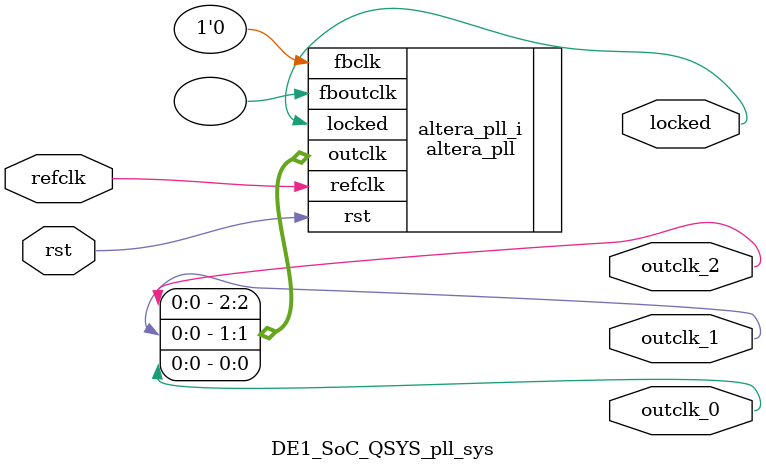
<source format=v>
`timescale 1ns/10ps
module  DE1_SoC_QSYS_pll_sys(

	// interface 'refclk'
	input wire refclk,

	// interface 'reset'
	input wire rst,

	// interface 'outclk0'
	output wire outclk_0,

	// interface 'outclk1'
	output wire outclk_1,

	// interface 'outclk2'
	output wire outclk_2,

	// interface 'locked'
	output wire locked
);

	altera_pll #(
		.fractional_vco_multiplier("false"),
		.reference_clock_frequency("50.0 MHz"),
		.operation_mode("normal"),
		.number_of_clocks(3),
		.output_clock_frequency0("100.000000 MHz"),
		.phase_shift0("0 ps"),
		.duty_cycle0(50),
		.output_clock_frequency1("40.000000 MHz"),
		.phase_shift1("0 ps"),
		.duty_cycle1(50),
		.output_clock_frequency2("200.000000 MHz"),
		.phase_shift2("0 ps"),
		.duty_cycle2(50),
		.output_clock_frequency3("0 MHz"),
		.phase_shift3("0 ps"),
		.duty_cycle3(50),
		.output_clock_frequency4("0 MHz"),
		.phase_shift4("0 ps"),
		.duty_cycle4(50),
		.output_clock_frequency5("0 MHz"),
		.phase_shift5("0 ps"),
		.duty_cycle5(50),
		.output_clock_frequency6("0 MHz"),
		.phase_shift6("0 ps"),
		.duty_cycle6(50),
		.output_clock_frequency7("0 MHz"),
		.phase_shift7("0 ps"),
		.duty_cycle7(50),
		.output_clock_frequency8("0 MHz"),
		.phase_shift8("0 ps"),
		.duty_cycle8(50),
		.output_clock_frequency9("0 MHz"),
		.phase_shift9("0 ps"),
		.duty_cycle9(50),
		.output_clock_frequency10("0 MHz"),
		.phase_shift10("0 ps"),
		.duty_cycle10(50),
		.output_clock_frequency11("0 MHz"),
		.phase_shift11("0 ps"),
		.duty_cycle11(50),
		.output_clock_frequency12("0 MHz"),
		.phase_shift12("0 ps"),
		.duty_cycle12(50),
		.output_clock_frequency13("0 MHz"),
		.phase_shift13("0 ps"),
		.duty_cycle13(50),
		.output_clock_frequency14("0 MHz"),
		.phase_shift14("0 ps"),
		.duty_cycle14(50),
		.output_clock_frequency15("0 MHz"),
		.phase_shift15("0 ps"),
		.duty_cycle15(50),
		.output_clock_frequency16("0 MHz"),
		.phase_shift16("0 ps"),
		.duty_cycle16(50),
		.output_clock_frequency17("0 MHz"),
		.phase_shift17("0 ps"),
		.duty_cycle17(50),
		.pll_type("General"),
		.pll_subtype("General")
	) altera_pll_i (
		.rst	(rst),
		.outclk	({outclk_2, outclk_1, outclk_0}),
		.locked	(locked),
		.fboutclk	( ),
		.fbclk	(1'b0),
		.refclk	(refclk)
	);
endmodule


</source>
